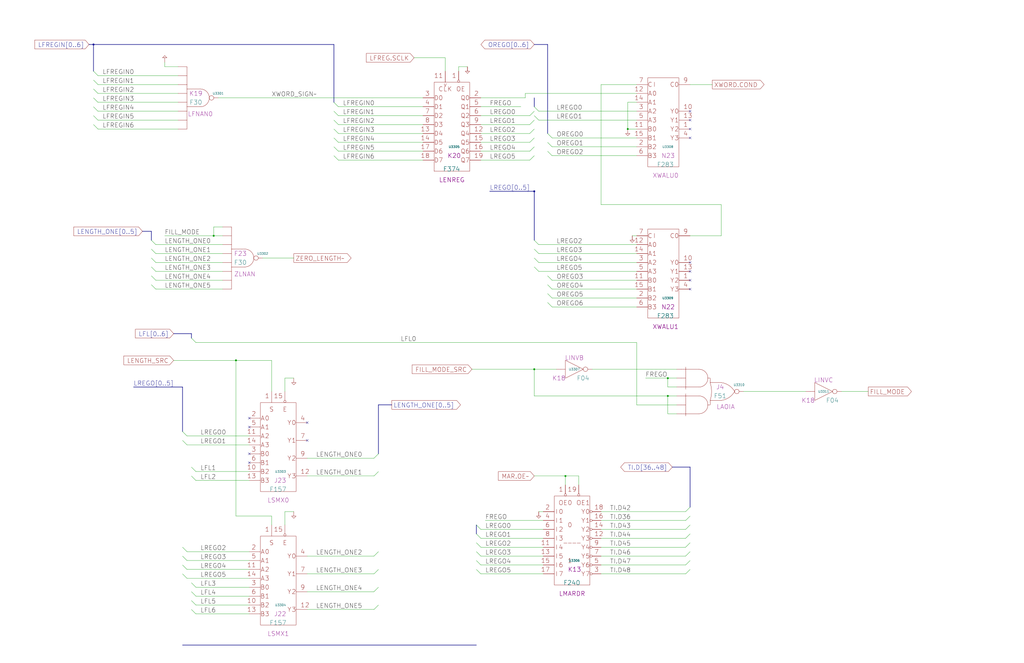
<source format=kicad_sch>
(kicad_sch (version 20210621) (generator eeschema)
  (paper "User" 584.2 378.46)
  (title_block (title "FIU FIELD PARAMETERS") (date "20-MAR-90") (rev "1.0") (comment 1 "FIU") (comment 2 "232-003065") (comment 3 "S400") (comment 4 "RELEASED"))
  (lib_symbols
    (symbol "r1000:F04" (pin_numbers hide) (pin_names hide)
      (property "Reference" "U" (at 0 0 0))
      (property "Value" "F04" (at 1.27 -5.08 0))
      (property "Location" "___" (at -12.7 -5.08 0))
      (property "Name" "______" (at 0 5.08 0))
      (symbol "F04_0_1"
        (polyline (pts (xy -7.62 0) (xy -5.08 0)) (stroke (width 0.1524)))
        (polyline (pts (xy -5.08 5.08) (xy -5.08 -5.08)) (stroke (width 0.1524)))
        (polyline (pts (xy 5.08 0) (xy -5.08 -5.08)) (stroke (width 0.1524)))
        (polyline (pts (xy 5.08 0) (xy -5.08 5.08)) (stroke (width 0.1524)))
        (circle (center 6.35 0) (radius 1.27) (stroke (width 0.1524)) (stroke (width 0.1524)))
      )
      (symbol "F04_1_1"
        (pin input line (at -10.16 0 0) (length 2.54) (name "D") (number "1"))
        (pin output line (at 10.16 0 180) (length 2.54) (name "Q") (number "2"))
      )
    )
    (symbol "r1000:F157" (pin_numbers hide) (pin_names (offset 1.016) hide)
      (property "Reference" "U" (at 2.54 5.08 0))
      (property "Value" "F157" (at -3.81 -5.08 0))
      (property "Location" "___" (at -1.27 0 0))
      (property "Name" "______" (at 1.27 -12.7 0))
      (symbol "F157_1_1"
        (rectangle (start -8.89 44.45) (end 11.43 -6.35))
        (circle (center 5.08 45.085) (radius 0.635))
        (text "0" (at -12.7 7.62 0) (effects (font (size 2.54 2.54))))
        (text "0" (at -5.08 15.24 0) (effects (font (size 2.54 2.54))))
        (text "0" (at -5.08 35.56 0) (effects (font (size 2.54 2.54))))
        (text "0" (at 10.16 33.02 0) (effects (font (size 2.54 2.54))))
        (text "1" (at -15.24 2.54 0) (effects (font (size 2.54 2.54))))
        (text "1" (at -15.24 7.62 0) (effects (font (size 2.54 2.54))))
        (text "1" (at -15.24 22.86 0) (effects (font (size 2.54 2.54))))
        (text "1" (at -15.24 27.94 0) (effects (font (size 2.54 2.54))))
        (text "1" (at -12.7 27.94 0) (effects (font (size 2.54 2.54))))
        (text "1" (at -5.08 10.16 0) (effects (font (size 2.54 2.54))))
        (text "1" (at -5.08 30.48 0) (effects (font (size 2.54 2.54))))
        (text "1" (at -5.08 48.26 0) (effects (font (size 2.54 2.54))))
        (text "1" (at 0 48.26 0) (effects (font (size 2.54 2.54))))
        (text "1" (at 10.16 22.86 0) (effects (font (size 2.54 2.54))))
        (text "1" (at 15.24 5.08 0) (effects (font (size 2.54 2.54))))
        (text "2" (at -12.7 38.1 0) (effects (font (size 2.54 2.54))))
        (text "2" (at -5.08 5.08 0) (effects (font (size 2.54 2.54))))
        (text "2" (at -5.08 25.4 0) (effects (font (size 2.54 2.54))))
        (text "2" (at 10.16 12.7 0) (effects (font (size 2.54 2.54))))
        (text "2" (at 17.78 5.08 0) (effects (font (size 2.54 2.54))))
        (text "3" (at -12.7 2.54 0) (effects (font (size 2.54 2.54))))
        (text "3" (at -12.7 17.78 0) (effects (font (size 2.54 2.54))))
        (text "3" (at -5.08 0 0) (effects (font (size 2.54 2.54))))
        (text "3" (at -5.08 20.32 0) (effects (font (size 2.54 2.54))))
        (text "3" (at 10.16 2.54 0) (effects (font (size 2.54 2.54))))
        (text "4" (at -12.7 22.86 0) (effects (font (size 2.54 2.54))))
        (text "4" (at 15.24 35.56 0) (effects (font (size 2.54 2.54))))
        (text "5" (at -12.7 33.02 0) (effects (font (size 2.54 2.54))))
        (text "5" (at 2.54 48.26 0) (effects (font (size 2.54 2.54))))
        (text "6" (at -12.7 12.7 0) (effects (font (size 2.54 2.54))))
        (text "7" (at 15.24 25.4 0) (effects (font (size 2.54 2.54))))
        (text "9" (at 15.24 15.24 0) (effects (font (size 2.54 2.54))))
        (text "A" (at -7.62 20.32 0) (effects (font (size 2.54 2.54))))
        (text "A" (at -7.62 25.4 0) (effects (font (size 2.54 2.54))))
        (text "A" (at -7.62 30.48 0) (effects (font (size 2.54 2.54))))
        (text "A" (at -7.62 35.56 0) (effects (font (size 2.54 2.54))))
        (text "B" (at -7.62 0 0) (effects (font (size 2.54 2.54))))
        (text "B" (at -7.62 5.08 0) (effects (font (size 2.54 2.54))))
        (text "B" (at -7.62 10.16 0) (effects (font (size 2.54 2.54))))
        (text "B" (at -7.62 15.24 0) (effects (font (size 2.54 2.54))))
        (text "E" (at 5.08 40.64 0) (effects (font (size 2.54 2.54))))
        (text "S" (at -2.54 40.64 0) (effects (font (size 2.54 2.54))))
        (text "Y" (at 7.62 2.54 0) (effects (font (size 2.54 2.54))))
        (text "Y" (at 7.62 12.7 0) (effects (font (size 2.54 2.54))))
        (text "Y" (at 7.62 22.86 0) (effects (font (size 2.54 2.54))))
        (text "Y" (at 7.62 33.02 0) (effects (font (size 2.54 2.54))))
        (pin input line (at -2.54 50.8 270) (length 6.35) (name "S") (number "1"))
        (pin input line (at -15.24 5.08 0) (length 6.35) (name "B2") (number "10"))
        (pin input line (at -15.24 25.4 0) (length 6.35) (name "A2") (number "11"))
        (pin output line (at 17.78 2.54 180) (length 6.35) (name "Y3") (number "12"))
        (pin input line (at -15.24 0 0) (length 6.35) (name "B3") (number "13"))
        (pin input line (at -15.24 20.32 0) (length 6.35) (name "A3") (number "14"))
        (pin input line (at 5.08 50.8 270) (length 5.08) (name "E_") (number "15"))
        (pin input line (at -15.24 35.56 0) (length 6.35) (name "A0") (number "2"))
        (pin input line (at -15.24 15.24 0) (length 6.35) (name "B0") (number "3"))
        (pin output line (at 17.78 33.02 180) (length 6.35) (name "Y0") (number "4"))
        (pin input line (at -15.24 30.48 0) (length 6.35) (name "A1") (number "5"))
        (pin input line (at -15.24 10.16 0) (length 6.35) (name "B1") (number "6"))
        (pin output line (at 17.78 22.86 180) (length 6.35) (name "Y1") (number "7"))
        (pin output line (at 17.78 12.7 180) (length 6.35) (name "Y2") (number "9"))
      )
    )
    (symbol "r1000:F240" (pin_numbers hide) (pin_names (offset 1.016) hide)
      (property "Reference" "U" (at 2.54 5.08 0))
      (property "Value" "F240" (at -3.81 -7.62 0))
      (property "Location" "___" (at -1.27 0 0))
      (property "Name" "______" (at 1.27 -15.24 0))
      (symbol "F240_1_1"
        (rectangle (start -8.89 41.91) (end 11.43 -8.89))
        (circle (center -2.54 42.545) (radius 0.635))
        (circle (center 5.08 42.545) (radius 0.635))
        (circle (center 12.065 -2.54) (radius 0.635))
        (circle (center 12.065 2.54) (radius 0.635))
        (circle (center 12.065 7.62) (radius 0.635))
        (circle (center 12.065 12.7) (radius 0.635))
        (circle (center 12.065 17.78) (radius 0.635))
        (circle (center 12.065 22.86) (radius 0.635))
        (circle (center 12.065 27.94) (radius 0.635))
        (circle (center 12.065 33.02) (radius 0.635))
        (text "-" (at -2.54 15.24 0) (effects (font (size 2.54 2.54))))
        (text "-" (at 0 15.24 0) (effects (font (size 2.54 2.54))))
        (text "-" (at 2.54 15.24 0) (effects (font (size 2.54 2.54))))
        (text "-" (at 5.08 15.24 0) (effects (font (size 2.54 2.54))))
        (text "0" (at -5.08 33.02 0) (effects (font (size 2.54 2.54))))
        (text "0" (at 0 25.4 0) (effects (font (size 2.54 2.54))))
        (text "0" (at 0 38.1 0) (effects (font (size 2.54 2.54))))
        (text "0" (at 10.16 33.02 0) (effects (font (size 2.54 2.54))))
        (text "1" (at -15.24 0 0) (effects (font (size 2.54 2.54))))
        (text "1" (at -15.24 5.08 0) (effects (font (size 2.54 2.54))))
        (text "1" (at -15.24 10.16 0) (effects (font (size 2.54 2.54))))
        (text "1" (at -15.24 15.24 0) (effects (font (size 2.54 2.54))))
        (text "1" (at -12.7 15.24 0) (effects (font (size 2.54 2.54))))
        (text "1" (at -5.08 27.94 0) (effects (font (size 2.54 2.54))))
        (text "1" (at -5.08 45.72 0) (effects (font (size 2.54 2.54))))
        (text "1" (at 0 5.08 0) (effects (font (size 2.54 2.54))))
        (text "1" (at 0 45.72 0) (effects (font (size 2.54 2.54))))
        (text "1" (at 10.16 27.94 0) (effects (font (size 2.54 2.54))))
        (text "1" (at 10.16 38.1 0) (effects (font (size 2.54 2.54))))
        (text "1" (at 15.24 20.32 0) (effects (font (size 2.54 2.54))))
        (text "1" (at 15.24 25.4 0) (effects (font (size 2.54 2.54))))
        (text "1" (at 15.24 30.48 0) (effects (font (size 2.54 2.54))))
        (text "1" (at 15.24 35.56 0) (effects (font (size 2.54 2.54))))
        (text "2" (at -12.7 35.56 0) (effects (font (size 2.54 2.54))))
        (text "2" (at -5.08 22.86 0) (effects (font (size 2.54 2.54))))
        (text "2" (at 10.16 22.86 0) (effects (font (size 2.54 2.54))))
        (text "2" (at 17.78 20.32 0) (effects (font (size 2.54 2.54))))
        (text "3" (at -12.7 10.16 0) (effects (font (size 2.54 2.54))))
        (text "3" (at -5.08 17.78 0) (effects (font (size 2.54 2.54))))
        (text "3" (at 10.16 17.78 0) (effects (font (size 2.54 2.54))))
        (text "3" (at 15.24 0 0) (effects (font (size 2.54 2.54))))
        (text "4" (at -12.7 30.48 0) (effects (font (size 2.54 2.54))))
        (text "4" (at -5.08 12.7 0) (effects (font (size 2.54 2.54))))
        (text "4" (at 10.16 12.7 0) (effects (font (size 2.54 2.54))))
        (text "4" (at 17.78 25.4 0) (effects (font (size 2.54 2.54))))
        (text "5" (at -12.7 5.08 0) (effects (font (size 2.54 2.54))))
        (text "5" (at -5.08 7.62 0) (effects (font (size 2.54 2.54))))
        (text "5" (at 10.16 7.62 0) (effects (font (size 2.54 2.54))))
        (text "5" (at 15.24 5.08 0) (effects (font (size 2.54 2.54))))
        (text "6" (at -12.7 25.4 0) (effects (font (size 2.54 2.54))))
        (text "6" (at -5.08 2.54 0) (effects (font (size 2.54 2.54))))
        (text "6" (at 10.16 2.54 0) (effects (font (size 2.54 2.54))))
        (text "6" (at 17.78 30.48 0) (effects (font (size 2.54 2.54))))
        (text "7" (at -12.7 0 0) (effects (font (size 2.54 2.54))))
        (text "7" (at -5.08 -2.54 0) (effects (font (size 2.54 2.54))))
        (text "7" (at 10.16 -2.54 0) (effects (font (size 2.54 2.54))))
        (text "7" (at 15.24 10.16 0) (effects (font (size 2.54 2.54))))
        (text "8" (at -12.7 20.32 0) (effects (font (size 2.54 2.54))))
        (text "8" (at 17.78 35.56 0) (effects (font (size 2.54 2.54))))
        (text "9" (at 2.54 45.72 0) (effects (font (size 2.54 2.54))))
        (text "9" (at 15.24 15.24 0) (effects (font (size 2.54 2.54))))
        (text "E" (at -2.54 38.1 0) (effects (font (size 2.54 2.54))))
        (text "E" (at 7.62 38.1 0) (effects (font (size 2.54 2.54))))
        (text "I" (at -7.62 -2.54 0) (effects (font (size 2.54 2.54))))
        (text "I" (at -7.62 2.54 0) (effects (font (size 2.54 2.54))))
        (text "I" (at -7.62 7.62 0) (effects (font (size 2.54 2.54))))
        (text "I" (at -7.62 12.7 0) (effects (font (size 2.54 2.54))))
        (text "I" (at -7.62 17.78 0) (effects (font (size 2.54 2.54))))
        (text "I" (at -7.62 22.86 0) (effects (font (size 2.54 2.54))))
        (text "I" (at -7.62 27.94 0) (effects (font (size 2.54 2.54))))
        (text "I" (at -7.62 33.02 0) (effects (font (size 2.54 2.54))))
        (text "O" (at -5.08 38.1 0) (effects (font (size 2.54 2.54))))
        (text "O" (at 5.08 38.1 0) (effects (font (size 2.54 2.54))))
        (text "Y" (at 7.62 -2.54 0) (effects (font (size 2.54 2.54))))
        (text "Y" (at 7.62 2.54 0) (effects (font (size 2.54 2.54))))
        (text "Y" (at 7.62 7.62 0) (effects (font (size 2.54 2.54))))
        (text "Y" (at 7.62 12.7 0) (effects (font (size 2.54 2.54))))
        (text "Y" (at 7.62 17.78 0) (effects (font (size 2.54 2.54))))
        (text "Y" (at 7.62 22.86 0) (effects (font (size 2.54 2.54))))
        (text "Y" (at 7.62 27.94 0) (effects (font (size 2.54 2.54))))
        (text "Y" (at 7.62 33.02 0) (effects (font (size 2.54 2.54))))
        (pin input line (at -2.54 48.26 270) (length 5.08) (name "OE0_") (number "1"))
        (pin input line (at -15.24 12.7 0) (length 6.35) (name "I4") (number "11"))
        (pin tri_state line (at 17.78 17.78 180) (length 5.08) (name "Y3_") (number "12"))
        (pin input line (at -15.24 7.62 0) (length 6.35) (name "I5") (number "13"))
        (pin tri_state line (at 17.78 22.86 180) (length 5.08) (name "Y2_") (number "14"))
        (pin input line (at -15.24 2.54 0) (length 6.35) (name "I6") (number "15"))
        (pin tri_state line (at 17.78 27.94 180) (length 5.08) (name "Y1_") (number "16"))
        (pin input line (at -15.24 -2.54 0) (length 6.35) (name "I7") (number "17"))
        (pin tri_state line (at 17.78 33.02 180) (length 5.08) (name "Y0_") (number "18"))
        (pin input line (at 5.08 48.26 270) (length 5.08) (name "OE1_") (number "19"))
        (pin input line (at -15.24 33.02 0) (length 6.35) (name "I0") (number "2"))
        (pin tri_state line (at 17.78 -2.54 180) (length 5.08) (name "Y7_") (number "3"))
        (pin input line (at -15.24 27.94 0) (length 6.35) (name "I1") (number "4"))
        (pin tri_state line (at 17.78 2.54 180) (length 5.08) (name "Y6_") (number "5"))
        (pin input line (at -15.24 22.86 0) (length 6.35) (name "I2") (number "6"))
        (pin tri_state line (at 17.78 7.62 180) (length 5.08) (name "Y5_") (number "7"))
        (pin input line (at -15.24 17.78 0) (length 6.35) (name "I3") (number "8"))
        (pin tri_state line (at 17.78 12.7 180) (length 5.08) (name "Y4_") (number "9"))
      )
    )
    (symbol "r1000:F283" (pin_numbers hide) (pin_names (offset 1.016) hide)
      (property "Reference" "U" (at 2.54 5.08 0))
      (property "Value" "F283" (at -3.81 -5.08 0))
      (property "Location" "___" (at -1.27 0 0))
      (property "Name" "______" (at 1.27 -12.7 0))
      (symbol "F283_1_1"
        (rectangle (start -8.89 44.45) (end 8.89 -6.35))
        (text "0" (at -5.08 15.24 0) (effects (font (size 2.54 2.54))))
        (text "0" (at -5.08 35.56 0) (effects (font (size 2.54 2.54))))
        (text "0" (at 7.62 25.4 0) (effects (font (size 2.54 2.54))))
        (text "0" (at 7.62 40.64 0) (effects (font (size 2.54 2.54))))
        (text "0" (at 15.24 27.94 0) (effects (font (size 2.54 2.54))))
        (text "1" (at -15.24 12.7 0) (effects (font (size 2.54 2.54))))
        (text "1" (at -15.24 17.78 0) (effects (font (size 2.54 2.54))))
        (text "1" (at -15.24 33.02 0) (effects (font (size 2.54 2.54))))
        (text "1" (at -15.24 38.1 0) (effects (font (size 2.54 2.54))))
        (text "1" (at -12.7 17.78 0) (effects (font (size 2.54 2.54))))
        (text "1" (at -5.08 10.16 0) (effects (font (size 2.54 2.54))))
        (text "1" (at -5.08 30.48 0) (effects (font (size 2.54 2.54))))
        (text "1" (at 7.62 20.32 0) (effects (font (size 2.54 2.54))))
        (text "1" (at 12.7 17.78 0) (effects (font (size 2.54 2.54))))
        (text "1" (at 12.7 22.86 0) (effects (font (size 2.54 2.54))))
        (text "1" (at 12.7 27.94 0) (effects (font (size 2.54 2.54))))
        (text "2" (at -12.7 7.62 0) (effects (font (size 2.54 2.54))))
        (text "2" (at -12.7 38.1 0) (effects (font (size 2.54 2.54))))
        (text "2" (at -5.08 5.08 0) (effects (font (size 2.54 2.54))))
        (text "2" (at -5.08 25.4 0) (effects (font (size 2.54 2.54))))
        (text "2" (at 7.62 15.24 0) (effects (font (size 2.54 2.54))))
        (text "3" (at -12.7 27.94 0) (effects (font (size 2.54 2.54))))
        (text "3" (at -5.08 0 0) (effects (font (size 2.54 2.54))))
        (text "3" (at -5.08 20.32 0) (effects (font (size 2.54 2.54))))
        (text "3" (at 7.62 10.16 0) (effects (font (size 2.54 2.54))))
        (text "3" (at 15.24 22.86 0) (effects (font (size 2.54 2.54))))
        (text "4" (at -12.7 33.02 0) (effects (font (size 2.54 2.54))))
        (text "4" (at 12.7 12.7 0) (effects (font (size 2.54 2.54))))
        (text "5" (at -12.7 12.7 0) (effects (font (size 2.54 2.54))))
        (text "5" (at -12.7 22.86 0) (effects (font (size 2.54 2.54))))
        (text "6" (at -12.7 2.54 0) (effects (font (size 2.54 2.54))))
        (text "7" (at -12.7 43.18 0) (effects (font (size 2.54 2.54))))
        (text "9" (at 12.7 43.18 0) (effects (font (size 2.54 2.54))))
        (text "A" (at -7.62 20.32 0) (effects (font (size 2.54 2.54))))
        (text "A" (at -7.62 25.4 0) (effects (font (size 2.54 2.54))))
        (text "A" (at -7.62 30.48 0) (effects (font (size 2.54 2.54))))
        (text "A" (at -7.62 35.56 0) (effects (font (size 2.54 2.54))))
        (text "B" (at -7.62 0 0) (effects (font (size 2.54 2.54))))
        (text "B" (at -7.62 5.08 0) (effects (font (size 2.54 2.54))))
        (text "B" (at -7.62 10.16 0) (effects (font (size 2.54 2.54))))
        (text "B" (at -7.62 15.24 0) (effects (font (size 2.54 2.54))))
        (text "C" (at -7.62 40.64 0) (effects (font (size 2.54 2.54))))
        (text "C" (at 5.08 40.64 0) (effects (font (size 2.54 2.54))))
        (text "I" (at -5.08 40.64 0) (effects (font (size 2.54 2.54))))
        (text "Y" (at 5.08 10.16 0) (effects (font (size 2.54 2.54))))
        (text "Y" (at 5.08 15.24 0) (effects (font (size 2.54 2.54))))
        (text "Y" (at 5.08 20.32 0) (effects (font (size 2.54 2.54))))
        (text "Y" (at 5.08 25.4 0) (effects (font (size 2.54 2.54))))
        (pin output line (at 15.24 15.24 180) (length 6.35) (name "Y2") (number "1"))
        (pin output line (at 15.24 25.4 180) (length 6.35) (name "Y0") (number "10"))
        (pin input line (at -15.24 15.24 0) (length 6.35) (name "B0") (number "11"))
        (pin input line (at -15.24 35.56 0) (length 6.35) (name "A0") (number "12"))
        (pin output line (at 15.24 20.32 180) (length 6.35) (name "Y1") (number "13"))
        (pin input line (at -15.24 30.48 0) (length 6.35) (name "A1") (number "14"))
        (pin input line (at -15.24 10.16 0) (length 6.35) (name "B1") (number "15"))
        (pin input line (at -15.24 5.08 0) (length 6.35) (name "B2") (number "2"))
        (pin input line (at -15.24 25.4 0) (length 6.35) (name "A2") (number "3"))
        (pin output line (at 15.24 10.16 180) (length 6.35) (name "Y3") (number "4"))
        (pin input line (at -15.24 20.32 0) (length 6.35) (name "A3") (number "5"))
        (pin input line (at -15.24 0 0) (length 6.35) (name "B3") (number "6"))
        (pin input line (at -15.24 40.64 0) (length 6.35) (name "CI") (number "7"))
        (pin output line (at 15.24 40.64 180) (length 6.35) (name "C0") (number "9"))
      )
    )
    (symbol "r1000:F30" (pin_numbers hide) (pin_names hide)
      (property "Reference" "U" (at 15.24 2.54 0))
      (property "Value" "F30" (at 2.54 -2.54 0))
      (property "Location" "___" (at 2.54 2.54 0))
      (property "Name" "______" (at 5.08 -10.62 0))
      (symbol "F30_0_0"
        (polyline (pts (xy -2.54 -5.08) (xy 5.08 -5.08)) (stroke (width 0.1524)))
        (polyline (pts (xy -2.54 5.08) (xy 5.08 5.08)) (stroke (width 0.1524)))
        (arc (start 5.08 -5.08) (mid 8.6721 -3.5921) (end 10.16 0) (stroke (width 0.1524)))
        (arc (start 10.16 0) (mid 8.6721 3.5921) (end 5.08 5.08) (stroke (width 0.1524)))
        (circle (center 11.43 0) (radius 1.27) (stroke (width 0.1524)) (stroke (width 0.1524)))
      )
      (symbol "F30_0_1"
        (polyline (pts (xy -2.54 -7.62) (xy -2.54 -17.78)) (stroke (width 0.1524)))
        (polyline (pts (xy -2.54 -5.08) (xy -2.54 -7.62)) (stroke (width 0.1524)))
        (polyline (pts (xy -2.54 5.08) (xy -2.54 -5.08)) (stroke (width 0.1524)))
        (polyline (pts (xy -2.54 7.62) (xy -2.54 5.08)) (stroke (width 0.1524)))
        (polyline (pts (xy -2.54 17.145) (xy -2.54 7.62)) (stroke (width 0.1524)))
        (polyline (pts (xy -2.54 17.78) (xy -2.54 17.145)) (stroke (width 0.1524)))
      )
      (symbol "F30_1_1"
        (pin input line (at -7.62 7.62 0) (length 5.08) (name "D0") (number "1"))
        (pin input line (at -7.62 17.78 0) (length 5.08) (name "D1") (number "11"))
        (pin input line (at -7.62 12.7 0) (length 5.08) (name "D2") (number "12"))
        (pin input line (at -7.62 2.54 0) (length 5.08) (name "D3") (number "2"))
        (pin input line (at -7.62 -2.54 0) (length 5.08) (name "D4") (number "3"))
        (pin input line (at -7.62 -7.62 0) (length 5.08) (name "D5") (number "4"))
        (pin input line (at -7.62 -12.7 0) (length 5.08) (name "D6") (number "5"))
        (pin input line (at -7.62 -17.78 0) (length 5.08) (name "D7") (number "6"))
        (pin output line (at 15.24 0 180) (length 2.54) (name "Q") (number "8"))
      )
    )
    (symbol "r1000:F374" (pin_numbers hide) (pin_names (offset 1.016) hide)
      (property "Reference" "U" (at 2.54 5.08 0))
      (property "Value" "F374" (at -3.81 -7.62 0))
      (property "Location" "___" (at -1.27 0 0))
      (property "Name" "______" (at 1.27 -15.24 0))
      (symbol "F374_1_1"
        (rectangle (start -8.89 41.91) (end 11.43 -8.89))
        (circle (center 5.08 42.545) (radius 0.635))
        (text "0" (at -5.08 33.02 0) (effects (font (size 2.54 2.54))))
        (text "0" (at 10.16 33.02 0) (effects (font (size 2.54 2.54))))
        (text "1" (at -15.24 0 0) (effects (font (size 2.54 2.54))))
        (text "1" (at -15.24 5.08 0) (effects (font (size 2.54 2.54))))
        (text "1" (at -15.24 10.16 0) (effects (font (size 2.54 2.54))))
        (text "1" (at -15.24 15.24 0) (effects (font (size 2.54 2.54))))
        (text "1" (at -7.62 45.72 0) (effects (font (size 2.54 2.54))))
        (text "1" (at -5.08 27.94 0) (effects (font (size 2.54 2.54))))
        (text "1" (at -5.08 45.72 0) (effects (font (size 2.54 2.54))))
        (text "1" (at 2.54 45.72 0) (effects (font (size 2.54 2.54))))
        (text "1" (at 10.16 27.94 0) (effects (font (size 2.54 2.54))))
        (text "1" (at 15.24 0 0) (effects (font (size 2.54 2.54))))
        (text "1" (at 15.24 5.08 0) (effects (font (size 2.54 2.54))))
        (text "1" (at 15.24 10.16 0) (effects (font (size 2.54 2.54))))
        (text "1" (at 15.24 15.24 0) (effects (font (size 2.54 2.54))))
        (text "2" (at -5.08 22.86 0) (effects (font (size 2.54 2.54))))
        (text "2" (at 10.16 22.86 0) (effects (font (size 2.54 2.54))))
        (text "2" (at 15.24 35.56 0) (effects (font (size 2.54 2.54))))
        (text "2" (at 17.78 15.24 0) (effects (font (size 2.54 2.54))))
        (text "3" (at -12.7 15.24 0) (effects (font (size 2.54 2.54))))
        (text "3" (at -12.7 35.56 0) (effects (font (size 2.54 2.54))))
        (text "3" (at -5.08 17.78 0) (effects (font (size 2.54 2.54))))
        (text "3" (at 10.16 17.78 0) (effects (font (size 2.54 2.54))))
        (text "4" (at -12.7 10.16 0) (effects (font (size 2.54 2.54))))
        (text "4" (at -12.7 30.48 0) (effects (font (size 2.54 2.54))))
        (text "4" (at -5.08 12.7 0) (effects (font (size 2.54 2.54))))
        (text "4" (at 10.16 12.7 0) (effects (font (size 2.54 2.54))))
        (text "5" (at -5.08 7.62 0) (effects (font (size 2.54 2.54))))
        (text "5" (at 10.16 7.62 0) (effects (font (size 2.54 2.54))))
        (text "5" (at 15.24 30.48 0) (effects (font (size 2.54 2.54))))
        (text "5" (at 17.78 10.16 0) (effects (font (size 2.54 2.54))))
        (text "6" (at -5.08 2.54 0) (effects (font (size 2.54 2.54))))
        (text "6" (at 10.16 2.54 0) (effects (font (size 2.54 2.54))))
        (text "6" (at 15.24 25.4 0) (effects (font (size 2.54 2.54))))
        (text "6" (at 17.78 5.08 0) (effects (font (size 2.54 2.54))))
        (text "7" (at -12.7 5.08 0) (effects (font (size 2.54 2.54))))
        (text "7" (at -12.7 25.4 0) (effects (font (size 2.54 2.54))))
        (text "7" (at -5.08 -2.54 0) (effects (font (size 2.54 2.54))))
        (text "7" (at 10.16 -2.54 0) (effects (font (size 2.54 2.54))))
        (text "8" (at -12.7 0 0) (effects (font (size 2.54 2.54))))
        (text "8" (at -12.7 20.32 0) (effects (font (size 2.54 2.54))))
        (text "9" (at 15.24 20.32 0) (effects (font (size 2.54 2.54))))
        (text "9" (at 17.78 0 0) (effects (font (size 2.54 2.54))))
        (text "C" (at -5.08 38.1 0) (effects (font (size 2.54 2.54))))
        (text "D" (at -7.62 -2.54 0) (effects (font (size 2.54 2.54))))
        (text "D" (at -7.62 2.54 0) (effects (font (size 2.54 2.54))))
        (text "D" (at -7.62 7.62 0) (effects (font (size 2.54 2.54))))
        (text "D" (at -7.62 12.7 0) (effects (font (size 2.54 2.54))))
        (text "D" (at -7.62 17.78 0) (effects (font (size 2.54 2.54))))
        (text "D" (at -7.62 22.86 0) (effects (font (size 2.54 2.54))))
        (text "D" (at -7.62 27.94 0) (effects (font (size 2.54 2.54))))
        (text "D" (at -7.62 33.02 0) (effects (font (size 2.54 2.54))))
        (text "E" (at 7.62 38.1 0) (effects (font (size 2.54 2.54))))
        (text "K" (at 0 38.1 0) (effects (font (size 2.54 2.54))))
        (text "L" (at -2.54 38.1 0) (effects (font (size 2.54 2.54))))
        (text "O" (at 5.08 38.1 0) (effects (font (size 2.54 2.54))))
        (text "Q" (at 7.62 -2.54 0) (effects (font (size 2.54 2.54))))
        (text "Q" (at 7.62 2.54 0) (effects (font (size 2.54 2.54))))
        (text "Q" (at 7.62 7.62 0) (effects (font (size 2.54 2.54))))
        (text "Q" (at 7.62 12.7 0) (effects (font (size 2.54 2.54))))
        (text "Q" (at 7.62 17.78 0) (effects (font (size 2.54 2.54))))
        (text "Q" (at 7.62 22.86 0) (effects (font (size 2.54 2.54))))
        (text "Q" (at 7.62 27.94 0) (effects (font (size 2.54 2.54))))
        (text "Q" (at 7.62 33.02 0) (effects (font (size 2.54 2.54))))
        (text "v" (at -2.54 40.64 0) (effects (font (size 2.54 2.54))))
        (pin input line (at 5.08 48.26 270) (length 5.08) (name "OE_") (number "1"))
        (pin input line (at -2.54 48.26 270) (length 6.35) (name "CLK") (number "11"))
        (pin tri_state line (at 17.78 12.7 180) (length 6.35) (name "Q4") (number "12"))
        (pin input line (at -15.24 12.7 0) (length 6.35) (name "D4") (number "13"))
        (pin input line (at -15.24 7.62 0) (length 6.35) (name "D5") (number "14"))
        (pin tri_state line (at 17.78 7.62 180) (length 6.35) (name "Q5") (number "15"))
        (pin tri_state line (at 17.78 2.54 180) (length 6.35) (name "Q6") (number "16"))
        (pin input line (at -15.24 2.54 0) (length 6.35) (name "D6") (number "17"))
        (pin input line (at -15.24 -2.54 0) (length 6.35) (name "D7") (number "18"))
        (pin tri_state line (at 17.78 -2.54 180) (length 6.35) (name "Q7") (number "19"))
        (pin tri_state line (at 17.78 33.02 180) (length 6.35) (name "Q0") (number "2"))
        (pin input line (at -15.24 33.02 0) (length 6.35) (name "D0") (number "3"))
        (pin input line (at -15.24 27.94 0) (length 6.35) (name "D1") (number "4"))
        (pin tri_state line (at 17.78 27.94 180) (length 6.35) (name "Q1") (number "5"))
        (pin tri_state line (at 17.78 22.86 180) (length 6.35) (name "Q2") (number "6"))
        (pin input line (at -15.24 22.86 0) (length 6.35) (name "D2") (number "7"))
        (pin input line (at -15.24 17.78 0) (length 6.35) (name "D3") (number "8"))
        (pin tri_state line (at 17.78 17.78 180) (length 6.35) (name "Q3") (number "9"))
      )
    )
    (symbol "r1000:F51" (pin_numbers hide) (pin_names hide)
      (property "Reference" "U" (at 12.7 1.27 0))
      (property "Value" "F51" (at 1.905 -5.08 0))
      (property "Location" "___" (at 1.905 0 0))
      (property "Name" "______" (at 5.08 -12.7 0))
      (symbol "F51_0_0"
        (arc (start -10.16 -15.24) (mid -6.5679 -13.7521) (end -5.08 -10.16) (stroke (width 0.1524)))
        (arc (start -10.16 0) (mid -6.5679 1.4879) (end -5.08 5.08) (stroke (width 0.1524)))
        (arc (start -5.08 -10.16) (mid -6.5679 -6.5679) (end -10.16 -5.08) (stroke (width 0.1524)))
        (arc (start -5.08 5.08) (mid -6.5679 8.6721) (end -10.16 10.16) (stroke (width 0.1524)))
        (arc (start -3.8173 -7.62) (mid -2.9926 -2.54) (end -3.8173 2.54) (stroke (width 0.1524)))
        (polyline (pts (xy -20.32 -15.24) (xy -17.78 -15.24)) (stroke (width 0.1524)))
        (polyline (pts (xy -20.32 -10.16) (xy -17.78 -10.16)) (stroke (width 0.1524)))
        (polyline (pts (xy -20.32 -5.08) (xy -17.78 -5.08)) (stroke (width 0.1524)))
        (polyline (pts (xy -20.32 0) (xy -17.78 0)) (stroke (width 0.1524)))
        (polyline (pts (xy -20.32 5.08) (xy -17.78 5.08)) (stroke (width 0.1524)))
        (polyline (pts (xy -20.32 10.16) (xy -17.78 10.16)) (stroke (width 0.1524)))
        (polyline (pts (xy -17.78 -3.81) (xy -17.78 -16.51)) (stroke (width 0.1524)))
        (polyline (pts (xy -17.78 11.43) (xy -17.78 -1.27)) (stroke (width 0.1524)))
        (polyline (pts (xy -10.16 -15.24) (xy -17.78 -15.24)) (stroke (width 0.1524)))
        (polyline (pts (xy -10.16 -5.08) (xy -17.78 -5.08)) (stroke (width 0.1524)))
        (polyline (pts (xy -10.16 0) (xy -17.78 0)) (stroke (width 0.1524)))
        (polyline (pts (xy -10.16 10.16) (xy -17.78 10.16)) (stroke (width 0.1524)))
        (polyline (pts (xy -3.81 -7.62) (xy 2.54 -7.62)) (stroke (width 0.1524)))
        (polyline (pts (xy -3.81 2.54) (xy 2.54 2.54)) (stroke (width 0.1524)))
        (polyline (pts (xy -5.08 -10.16) (xy -3.81 -10.16) (xy -3.81 -7.62)) (stroke (width 0.1524)))
        (polyline (pts (xy -5.08 5.08) (xy -3.81 5.08) (xy -3.81 2.54)) (stroke (width 0.1524)))
        (arc (start 2.54 -7.62) (mid 6.9504 -5.9805) (end 10.16 -2.54) (stroke (width 0.1524)))
        (arc (start 10.16 -2.54) (mid 6.9516 0.9024) (end 2.54 2.54) (stroke (width 0.1524)))
        (circle (center 11.43 -2.54) (radius 1.27) (stroke (width 0.1524)) (stroke (width 0.1524)))
      )
      (symbol "F51_1_1"
        (pin input line (at -22.86 10.16 0) (length 2.54) (name "A1") (number "1"))
        (pin input line (at -22.86 5.08 0) (length 2.54) (name "A2") (number "2"))
        (pin input line (at -22.86 0 0) (length 2.54) (name "A3") (number "3"))
        (pin input line (at -22.86 -5.08 0) (length 2.54) (name "B1") (number "4"))
        (pin input line (at -22.86 -10.16 0) (length 2.54) (name "B2") (number "5"))
        (pin input line (at -22.86 -15.24 0) (length 2.54) (name "B3") (number "6"))
        (pin output line (at 15.24 -2.54 180) (length 2.54) (name "Q") (number "7"))
      )
    )
    (symbol "r1000:PD" (power) (pin_numbers hide) (pin_names hide) (in_bom no)
      (symbol "PD_0_1"
        (polyline (pts (xy 0 -2.54) (xy 1.27 -2.54) (xy 0 -3.81) (xy -1.27 -2.54) (xy 0 -2.54)) (stroke (width 0.1524)))
      )
      (symbol "PD_1_1"
        (pin power_in line (at 0 0 270) (length 2.54) (name "PD") (number "1"))
      )
    )
    (symbol "r1000:PU" (power) (pin_numbers hide) (pin_names hide)
      (symbol "PU_0_1"
        (polyline (pts (xy 0 2.54) (xy -1.27 2.54) (xy 0 3.81) (xy 1.27 2.54) (xy 0 2.54)) (stroke (width 0.1524)))
      )
      (symbol "PU_1_1"
        (pin power_in line (at 0 0 90) (length 2.54) (name "PU") (number "1"))
      )
    )
  )
  (junction (at 121.92 134.62))
  (junction (at 134.62 205.74))
  (junction (at 304.8 210.82))
  (junction (at 322.58 271.78))
  (junction (at 358.14 73.66))
  (junction (at 381 215.9))
  (junction (at 381 226.06))
  (junction (at 53.34 25.4))
  (junction (at 304.8 109.22))
  (no_connect (at 142.24 238.76))
  (no_connect (at 142.24 243.84))
  (no_connect (at 142.24 259.08))
  (no_connect (at 142.24 264.16))
  (no_connect (at 175.26 241.3))
  (no_connect (at 175.26 251.46))
  (no_connect (at 393.7 63.5))
  (no_connect (at 393.7 68.58))
  (no_connect (at 393.7 73.66))
  (no_connect (at 393.7 78.74))
  (no_connect (at 393.7 149.86))
  (no_connect (at 393.7 154.94))
  (no_connect (at 393.7 160.02))
  (no_connect (at 393.7 165.1))
  (bus_entry (at 53.34 40.64) (size 2.54 2.54))
  (bus_entry (at 53.34 45.72) (size 2.54 2.54))
  (bus_entry (at 53.34 50.8) (size 2.54 2.54))
  (bus_entry (at 53.34 55.88) (size 2.54 2.54))
  (bus_entry (at 53.34 60.96) (size 2.54 2.54))
  (bus_entry (at 53.34 66.04) (size 2.54 2.54))
  (bus_entry (at 53.34 71.12) (size 2.54 2.54))
  (bus_entry (at 86.36 137.16) (size 2.54 2.54))
  (bus_entry (at 86.36 142.24) (size 2.54 2.54))
  (bus_entry (at 86.36 147.32) (size 2.54 2.54))
  (bus_entry (at 86.36 152.4) (size 2.54 2.54))
  (bus_entry (at 86.36 157.48) (size 2.54 2.54))
  (bus_entry (at 86.36 162.56) (size 2.54 2.54))
  (bus_entry (at 104.14 246.38) (size 2.54 2.54))
  (bus_entry (at 104.14 251.46) (size 2.54 2.54))
  (bus_entry (at 104.14 312.42) (size 2.54 2.54))
  (bus_entry (at 104.14 317.5) (size 2.54 2.54))
  (bus_entry (at 104.14 322.58) (size 2.54 2.54))
  (bus_entry (at 104.14 327.66) (size 2.54 2.54))
  (bus_entry (at 109.22 193.04) (size 2.54 2.54))
  (bus_entry (at 109.22 266.7) (size 2.54 2.54))
  (bus_entry (at 109.22 271.78) (size 2.54 2.54))
  (bus_entry (at 109.22 332.74) (size 2.54 2.54))
  (bus_entry (at 109.22 337.82) (size 2.54 2.54))
  (bus_entry (at 109.22 342.9) (size 2.54 2.54))
  (bus_entry (at 109.22 347.98) (size 2.54 2.54))
  (bus_entry (at 190.5 58.42) (size 2.54 2.54))
  (bus_entry (at 190.5 63.5) (size 2.54 2.54))
  (bus_entry (at 190.5 68.58) (size 2.54 2.54))
  (bus_entry (at 190.5 73.66) (size 2.54 2.54))
  (bus_entry (at 190.5 78.74) (size 2.54 2.54))
  (bus_entry (at 190.5 83.82) (size 2.54 2.54))
  (bus_entry (at 190.5 88.9) (size 2.54 2.54))
  (bus_entry (at 215.9 259.08) (size -2.54 2.54))
  (bus_entry (at 215.9 269.24) (size -2.54 2.54))
  (bus_entry (at 215.9 314.96) (size -2.54 2.54))
  (bus_entry (at 215.9 325.12) (size -2.54 2.54))
  (bus_entry (at 215.9 335.28) (size -2.54 2.54))
  (bus_entry (at 215.9 345.44) (size -2.54 2.54))
  (bus_entry (at 271.78 299.72) (size 2.54 2.54))
  (bus_entry (at 271.78 304.8) (size 2.54 2.54))
  (bus_entry (at 271.78 309.88) (size 2.54 2.54))
  (bus_entry (at 271.78 314.96) (size 2.54 2.54))
  (bus_entry (at 271.78 320.04) (size 2.54 2.54))
  (bus_entry (at 271.78 325.12) (size 2.54 2.54))
  (bus_entry (at 304.8 60.96) (size 2.54 2.54))
  (bus_entry (at 304.8 63.5) (size -2.54 2.54))
  (bus_entry (at 304.8 66.04) (size 2.54 2.54))
  (bus_entry (at 304.8 68.58) (size -2.54 2.54))
  (bus_entry (at 304.8 73.66) (size -2.54 2.54))
  (bus_entry (at 304.8 78.74) (size -2.54 2.54))
  (bus_entry (at 304.8 83.82) (size -2.54 2.54))
  (bus_entry (at 304.8 88.9) (size -2.54 2.54))
  (bus_entry (at 304.8 137.16) (size 2.54 2.54))
  (bus_entry (at 304.8 142.24) (size 2.54 2.54))
  (bus_entry (at 304.8 147.32) (size 2.54 2.54))
  (bus_entry (at 304.8 152.4) (size 2.54 2.54))
  (bus_entry (at 312.42 76.2) (size 2.54 2.54))
  (bus_entry (at 312.42 81.28) (size 2.54 2.54))
  (bus_entry (at 312.42 86.36) (size 2.54 2.54))
  (bus_entry (at 312.42 157.48) (size 2.54 2.54))
  (bus_entry (at 312.42 162.56) (size 2.54 2.54))
  (bus_entry (at 312.42 167.64) (size 2.54 2.54))
  (bus_entry (at 312.42 172.72) (size 2.54 2.54))
  (bus_entry (at 393.7 289.56) (size -2.54 2.54))
  (bus_entry (at 393.7 294.64) (size -2.54 2.54))
  (bus_entry (at 393.7 299.72) (size -2.54 2.54))
  (bus_entry (at 393.7 304.8) (size -2.54 2.54))
  (bus_entry (at 393.7 309.88) (size -2.54 2.54))
  (bus_entry (at 393.7 314.96) (size -2.54 2.54))
  (bus_entry (at 393.7 320.04) (size -2.54 2.54))
  (bus_entry (at 393.7 325.12) (size -2.54 2.54))
  (wire (pts (xy 55.88 43.18) (xy 101.6 43.18)))
  (wire (pts (xy 55.88 48.26) (xy 101.6 48.26)))
  (wire (pts (xy 55.88 53.34) (xy 101.6 53.34)))
  (wire (pts (xy 55.88 58.42) (xy 101.6 58.42)))
  (wire (pts (xy 55.88 63.5) (xy 101.6 63.5)))
  (wire (pts (xy 55.88 68.58) (xy 101.6 68.58)))
  (wire (pts (xy 55.88 73.66) (xy 101.6 73.66)))
  (wire (pts (xy 88.9 139.7) (xy 127 139.7)))
  (wire (pts (xy 88.9 144.78) (xy 127 144.78)))
  (wire (pts (xy 88.9 149.86) (xy 127 149.86)))
  (wire (pts (xy 88.9 154.94) (xy 127 154.94)))
  (wire (pts (xy 88.9 160.02) (xy 127 160.02)))
  (wire (pts (xy 88.9 165.1) (xy 127 165.1)))
  (wire (pts (xy 93.98 38.1) (xy 93.98 35.56)))
  (wire (pts (xy 93.98 134.62) (xy 121.92 134.62)))
  (wire (pts (xy 99.06 205.74) (xy 134.62 205.74)))
  (wire (pts (xy 101.6 38.1) (xy 93.98 38.1)))
  (wire (pts (xy 106.68 248.92) (xy 142.24 248.92)))
  (wire (pts (xy 106.68 254) (xy 142.24 254)))
  (wire (pts (xy 106.68 314.96) (xy 142.24 314.96)))
  (wire (pts (xy 106.68 320.04) (xy 142.24 320.04)))
  (wire (pts (xy 106.68 325.12) (xy 142.24 325.12)))
  (wire (pts (xy 106.68 330.2) (xy 142.24 330.2)))
  (wire (pts (xy 111.76 269.24) (xy 142.24 269.24)))
  (wire (pts (xy 111.76 274.32) (xy 142.24 274.32)))
  (wire (pts (xy 111.76 335.28) (xy 142.24 335.28)))
  (wire (pts (xy 111.76 340.36) (xy 142.24 340.36)))
  (wire (pts (xy 111.76 345.44) (xy 142.24 345.44)))
  (wire (pts (xy 111.76 350.52) (xy 142.24 350.52)))
  (wire (pts (xy 121.92 129.54) (xy 121.92 134.62)))
  (wire (pts (xy 121.92 134.62) (xy 127 134.62)))
  (wire (pts (xy 124.46 55.88) (xy 241.3 55.88)))
  (wire (pts (xy 127 129.54) (xy 121.92 129.54)))
  (wire (pts (xy 134.62 205.74) (xy 154.94 205.74)))
  (wire (pts (xy 134.62 294.64) (xy 134.62 205.74)))
  (wire (pts (xy 149.86 147.32) (xy 167.64 147.32)))
  (wire (pts (xy 154.94 223.52) (xy 154.94 205.74)))
  (wire (pts (xy 154.94 294.64) (xy 134.62 294.64)))
  (wire (pts (xy 154.94 299.72) (xy 154.94 294.64)))
  (wire (pts (xy 162.56 215.9) (xy 162.56 223.52)))
  (wire (pts (xy 162.56 292.1) (xy 162.56 299.72)))
  (wire (pts (xy 167.64 215.9) (xy 162.56 215.9)))
  (wire (pts (xy 167.64 292.1) (xy 162.56 292.1)))
  (wire (pts (xy 175.26 261.62) (xy 213.36 261.62)))
  (wire (pts (xy 175.26 271.78) (xy 213.36 271.78)))
  (wire (pts (xy 175.26 317.5) (xy 213.36 317.5)))
  (wire (pts (xy 175.26 327.66) (xy 213.36 327.66)))
  (wire (pts (xy 175.26 337.82) (xy 213.36 337.82)))
  (wire (pts (xy 175.26 347.98) (xy 213.36 347.98)))
  (wire (pts (xy 193.04 60.96) (xy 241.3 60.96)))
  (wire (pts (xy 193.04 66.04) (xy 241.3 66.04)))
  (wire (pts (xy 193.04 71.12) (xy 241.3 71.12)))
  (wire (pts (xy 193.04 76.2) (xy 241.3 76.2)))
  (wire (pts (xy 193.04 81.28) (xy 241.3 81.28)))
  (wire (pts (xy 193.04 86.36) (xy 241.3 86.36)))
  (wire (pts (xy 193.04 91.44) (xy 241.3 91.44)))
  (wire (pts (xy 254 33.02) (xy 236.22 33.02)))
  (wire (pts (xy 254 40.64) (xy 254 33.02)))
  (wire (pts (xy 261.62 38.1) (xy 261.62 40.64)))
  (wire (pts (xy 266.7 38.1) (xy 261.62 38.1)))
  (wire (pts (xy 269.24 210.82) (xy 304.8 210.82)))
  (wire (pts (xy 274.32 60.96) (xy 297.18 60.96)))
  (wire (pts (xy 274.32 66.04) (xy 302.26 66.04)))
  (wire (pts (xy 274.32 71.12) (xy 302.26 71.12)))
  (wire (pts (xy 274.32 76.2) (xy 302.26 76.2)))
  (wire (pts (xy 274.32 81.28) (xy 302.26 81.28)))
  (wire (pts (xy 274.32 86.36) (xy 302.26 86.36)))
  (wire (pts (xy 274.32 91.44) (xy 302.26 91.44)))
  (wire (pts (xy 274.32 302.26) (xy 309.88 302.26)))
  (wire (pts (xy 274.32 307.34) (xy 309.88 307.34)))
  (wire (pts (xy 274.32 312.42) (xy 309.88 312.42)))
  (wire (pts (xy 274.32 317.5) (xy 309.88 317.5)))
  (wire (pts (xy 274.32 322.58) (xy 309.88 322.58)))
  (wire (pts (xy 274.32 327.66) (xy 309.88 327.66)))
  (wire (pts (xy 276.86 297.18) (xy 309.88 297.18)))
  (wire (pts (xy 299.72 53.34) (xy 299.72 55.88)))
  (wire (pts (xy 299.72 55.88) (xy 274.32 55.88)))
  (wire (pts (xy 304.8 210.82) (xy 317.5 210.82)))
  (wire (pts (xy 304.8 226.06) (xy 304.8 210.82)))
  (wire (pts (xy 307.34 63.5) (xy 363.22 63.5)))
  (wire (pts (xy 307.34 68.58) (xy 363.22 68.58)))
  (wire (pts (xy 307.34 139.7) (xy 363.22 139.7)))
  (wire (pts (xy 307.34 144.78) (xy 363.22 144.78)))
  (wire (pts (xy 307.34 149.86) (xy 363.22 149.86)))
  (wire (pts (xy 307.34 154.94) (xy 363.22 154.94)))
  (wire (pts (xy 307.34 292.1) (xy 309.88 292.1)))
  (wire (pts (xy 314.96 78.74) (xy 363.22 78.74)))
  (wire (pts (xy 314.96 83.82) (xy 363.22 83.82)))
  (wire (pts (xy 314.96 88.9) (xy 363.22 88.9)))
  (wire (pts (xy 314.96 160.02) (xy 363.22 160.02)))
  (wire (pts (xy 314.96 165.1) (xy 363.22 165.1)))
  (wire (pts (xy 314.96 170.18) (xy 363.22 170.18)))
  (wire (pts (xy 314.96 175.26) (xy 363.22 175.26)))
  (wire (pts (xy 322.58 271.78) (xy 304.8 271.78)))
  (wire (pts (xy 322.58 276.86) (xy 322.58 271.78)))
  (wire (pts (xy 330.2 271.78) (xy 322.58 271.78)))
  (wire (pts (xy 330.2 276.86) (xy 330.2 271.78)))
  (wire (pts (xy 337.82 210.82) (xy 386.08 210.82)))
  (wire (pts (xy 342.9 48.26) (xy 363.22 48.26)))
  (wire (pts (xy 342.9 116.84) (xy 342.9 48.26)))
  (wire (pts (xy 342.9 292.1) (xy 391.16 292.1)))
  (wire (pts (xy 342.9 297.18) (xy 391.16 297.18)))
  (wire (pts (xy 342.9 302.26) (xy 391.16 302.26)))
  (wire (pts (xy 342.9 307.34) (xy 391.16 307.34)))
  (wire (pts (xy 342.9 312.42) (xy 391.16 312.42)))
  (wire (pts (xy 342.9 317.5) (xy 391.16 317.5)))
  (wire (pts (xy 342.9 322.58) (xy 391.16 322.58)))
  (wire (pts (xy 342.9 327.66) (xy 391.16 327.66)))
  (wire (pts (xy 358.14 58.42) (xy 358.14 73.66)))
  (wire (pts (xy 358.14 73.66) (xy 363.22 73.66)))
  (wire (pts (xy 360.68 134.62) (xy 363.22 134.62)))
  (wire (pts (xy 363.22 53.34) (xy 299.72 53.34)))
  (wire (pts (xy 363.22 58.42) (xy 358.14 58.42)))
  (wire (pts (xy 363.22 195.58) (xy 111.76 195.58)))
  (wire (pts (xy 363.22 231.14) (xy 363.22 195.58)))
  (wire (pts (xy 368.3 215.9) (xy 381 215.9)))
  (wire (pts (xy 381 215.9) (xy 386.08 215.9)))
  (wire (pts (xy 381 220.98) (xy 381 215.9)))
  (wire (pts (xy 381 226.06) (xy 304.8 226.06)))
  (wire (pts (xy 381 236.22) (xy 381 226.06)))
  (wire (pts (xy 386.08 220.98) (xy 381 220.98)))
  (wire (pts (xy 386.08 226.06) (xy 381 226.06)))
  (wire (pts (xy 386.08 231.14) (xy 363.22 231.14)))
  (wire (pts (xy 386.08 236.22) (xy 381 236.22)))
  (wire (pts (xy 393.7 48.26) (xy 406.4 48.26)))
  (wire (pts (xy 393.7 134.62) (xy 411.48 134.62)))
  (wire (pts (xy 411.48 116.84) (xy 342.9 116.84)))
  (wire (pts (xy 411.48 134.62) (xy 411.48 116.84)))
  (wire (pts (xy 424.18 223.52) (xy 459.74 223.52)))
  (wire (pts (xy 480.06 223.52) (xy 495.3 223.52)))
  (bus (pts (xy 50.8 25.4) (xy 53.34 25.4)))
  (bus (pts (xy 53.34 25.4) (xy 53.34 76.2)))
  (bus (pts (xy 76.2 220.98) (xy 104.14 220.98)))
  (bus (pts (xy 81.28 132.08) (xy 86.36 132.08)))
  (bus (pts (xy 86.36 132.08) (xy 86.36 167.64)))
  (bus (pts (xy 99.06 190.5) (xy 109.22 190.5)))
  (bus (pts (xy 104.14 220.98) (xy 104.14 368.3)))
  (bus (pts (xy 109.22 190.5) (xy 109.22 353.06)))
  (bus (pts (xy 190.5 25.4) (xy 53.34 25.4)))
  (bus (pts (xy 190.5 25.4) (xy 190.5 93.98)))
  (bus (pts (xy 215.9 231.14) (xy 215.9 355.6)))
  (bus (pts (xy 215.9 231.14) (xy 223.52 231.14)))
  (bus (pts (xy 271.78 299.72) (xy 271.78 368.3)))
  (bus (pts (xy 271.78 368.3) (xy 104.14 368.3)))
  (bus (pts (xy 279.4 109.22) (xy 304.8 109.22)))
  (bus (pts (xy 304.8 25.4) (xy 312.42 25.4)))
  (bus (pts (xy 304.8 55.88) (xy 304.8 109.22)))
  (bus (pts (xy 304.8 109.22) (xy 304.8 157.48)))
  (bus (pts (xy 312.42 25.4) (xy 312.42 177.8)))
  (bus (pts (xy 383.54 266.7) (xy 393.7 266.7)))
  (bus (pts (xy 393.7 266.7) (xy 393.7 330.2)))
  (label "LFREGIN0" (at 58.42 43.18 0) (effects (font (size 2.54 2.54))))
  (label "LFREGIN1" (at 58.42 48.26 0) (effects (font (size 2.54 2.54))))
  (label "LFREGIN2" (at 58.42 53.34 0) (effects (font (size 2.54 2.54))))
  (label "LFREGIN3" (at 58.42 58.42 0) (effects (font (size 2.54 2.54))))
  (label "LFREGIN4" (at 58.42 63.5 0) (effects (font (size 2.54 2.54))))
  (label "LFREGIN5" (at 58.42 68.58 0) (effects (font (size 2.54 2.54))))
  (label "LFREGIN6" (at 58.42 73.66 0) (effects (font (size 2.54 2.54))))
  (label "LREGO[0..5]" (at 76.2 220.98 0) (effects (font (size 2.54 2.54))))
  (label "FILL_MODE" (at 93.98 134.62 0) (effects (font (size 2.54 2.54))))
  (label "LENGTH_ONE0" (at 93.98 139.7 0) (effects (font (size 2.54 2.54))))
  (label "LENGTH_ONE1" (at 93.98 144.78 0) (effects (font (size 2.54 2.54))))
  (label "LENGTH_ONE2" (at 93.98 149.86 0) (effects (font (size 2.54 2.54))))
  (label "LENGTH_ONE3" (at 93.98 154.94 0) (effects (font (size 2.54 2.54))))
  (label "LENGTH_ONE4" (at 93.98 160.02 0) (effects (font (size 2.54 2.54))))
  (label "LENGTH_ONE5" (at 93.98 165.1 0) (effects (font (size 2.54 2.54))))
  (label "LREGO0" (at 114.3 248.92 0) (effects (font (size 2.54 2.54))))
  (label "LREGO1" (at 114.3 254 0) (effects (font (size 2.54 2.54))))
  (label "LFL1" (at 114.3 269.24 0) (effects (font (size 2.54 2.54))))
  (label "LFL2" (at 114.3 274.32 0) (effects (font (size 2.54 2.54))))
  (label "LREGO2" (at 114.3 314.96 0) (effects (font (size 2.54 2.54))))
  (label "LREGO3" (at 114.3 320.04 0) (effects (font (size 2.54 2.54))))
  (label "LREGO4" (at 114.3 325.12 0) (effects (font (size 2.54 2.54))))
  (label "LREGO5" (at 114.3 330.2 0) (effects (font (size 2.54 2.54))))
  (label "LFL3" (at 114.3 335.28 0) (effects (font (size 2.54 2.54))))
  (label "LFL4" (at 114.3 340.36 0) (effects (font (size 2.54 2.54))))
  (label "LFL5" (at 114.3 345.44 0) (effects (font (size 2.54 2.54))))
  (label "LFL6" (at 114.3 350.52 0) (effects (font (size 2.54 2.54))))
  (label "XWORD_SIGN~" (at 154.94 55.88 0) (effects (font (size 2.54 2.54))))
  (label "LENGTH_ONE0" (at 180.34 261.62 0) (effects (font (size 2.54 2.54))))
  (label "LENGTH_ONE1" (at 180.34 271.78 0) (effects (font (size 2.54 2.54))))
  (label "LENGTH_ONE2" (at 180.34 317.5 0) (effects (font (size 2.54 2.54))))
  (label "LENGTH_ONE3" (at 180.34 327.66 0) (effects (font (size 2.54 2.54))))
  (label "LENGTH_ONE4" (at 180.34 337.82 0) (effects (font (size 2.54 2.54))))
  (label "LENGTH_ONE5" (at 180.34 347.98 0) (effects (font (size 2.54 2.54))))
  (label "LFREGIN0" (at 195.58 60.96 0) (effects (font (size 2.54 2.54))))
  (label "LFREGIN1" (at 195.58 66.04 0) (effects (font (size 2.54 2.54))))
  (label "LFREGIN2" (at 195.58 71.12 0) (effects (font (size 2.54 2.54))))
  (label "LFREGIN3" (at 195.58 76.2 0) (effects (font (size 2.54 2.54))))
  (label "LFREGIN4" (at 195.58 81.28 0) (effects (font (size 2.54 2.54))))
  (label "LFREGIN5" (at 195.58 86.36 0) (effects (font (size 2.54 2.54))))
  (label "LFREGIN6" (at 195.58 91.44 0) (effects (font (size 2.54 2.54))))
  (label "LFL0" (at 228.6 195.58 0) (effects (font (size 2.54 2.54))))
  (label "FREGO" (at 276.86 297.18 0) (effects (font (size 2.54 2.54))))
  (label "LREGO0" (at 276.86 302.26 0) (effects (font (size 2.54 2.54))))
  (label "LREGO1" (at 276.86 307.34 0) (effects (font (size 2.54 2.54))))
  (label "LREGO2" (at 276.86 312.42 0) (effects (font (size 2.54 2.54))))
  (label "LREGO3" (at 276.86 317.5 0) (effects (font (size 2.54 2.54))))
  (label "LREGO4" (at 276.86 322.58 0) (effects (font (size 2.54 2.54))))
  (label "LREGO5" (at 276.86 327.66 0) (effects (font (size 2.54 2.54))))
  (label "FREGO" (at 279.4 60.96 0) (effects (font (size 2.54 2.54))))
  (label "LREGO0" (at 279.4 66.04 0) (effects (font (size 2.54 2.54))))
  (label "LREGO1" (at 279.4 71.12 0) (effects (font (size 2.54 2.54))))
  (label "LREGO2" (at 279.4 76.2 0) (effects (font (size 2.54 2.54))))
  (label "LREGO3" (at 279.4 81.28 0) (effects (font (size 2.54 2.54))))
  (label "LREGO4" (at 279.4 86.36 0) (effects (font (size 2.54 2.54))))
  (label "LREGO5" (at 279.4 91.44 0) (effects (font (size 2.54 2.54))))
  (label "LREGO[0..5]" (at 279.4 109.22 0) (effects (font (size 2.54 2.54))))
  (label "LREGO0" (at 317.5 63.5 0) (effects (font (size 2.54 2.54))))
  (label "LREGO1" (at 317.5 68.58 0) (effects (font (size 2.54 2.54))))
  (label "OREGO0" (at 317.5 78.74 0) (effects (font (size 2.54 2.54))))
  (label "OREGO1" (at 317.5 83.82 0) (effects (font (size 2.54 2.54))))
  (label "OREGO2" (at 317.5 88.9 0) (effects (font (size 2.54 2.54))))
  (label "LREGO2" (at 317.5 139.7 0) (effects (font (size 2.54 2.54))))
  (label "LREGO3" (at 317.5 144.78 0) (effects (font (size 2.54 2.54))))
  (label "LREGO4" (at 317.5 149.86 0) (effects (font (size 2.54 2.54))))
  (label "LREGO5" (at 317.5 154.94 0) (effects (font (size 2.54 2.54))))
  (label "OREGO3" (at 317.5 160.02 0) (effects (font (size 2.54 2.54))))
  (label "OREGO4" (at 317.5 165.1 0) (effects (font (size 2.54 2.54))))
  (label "OREGO5" (at 317.5 170.18 0) (effects (font (size 2.54 2.54))))
  (label "OREGO6" (at 317.5 175.26 0) (effects (font (size 2.54 2.54))))
  (label "TI.D42" (at 347.98 292.1 0) (effects (font (size 2.54 2.54))))
  (label "TI.D36" (at 347.98 297.18 0) (effects (font (size 2.54 2.54))))
  (label "TI.D43" (at 347.98 302.26 0) (effects (font (size 2.54 2.54))))
  (label "TI.D44" (at 347.98 307.34 0) (effects (font (size 2.54 2.54))))
  (label "TI.D45" (at 347.98 312.42 0) (effects (font (size 2.54 2.54))))
  (label "TI.D46" (at 347.98 317.5 0) (effects (font (size 2.54 2.54))))
  (label "TI.D47" (at 347.98 322.58 0) (effects (font (size 2.54 2.54))))
  (label "TI.D48" (at 347.98 327.66 0) (effects (font (size 2.54 2.54))))
  (label "FREGO" (at 368.3 215.9 0) (effects (font (size 2.54 2.54))))
  (global_label "LFREGIN[0..6]" (shape input) (at 50.8 25.4 180) (effects (font (size 2.54 2.54))) (property "Intersheet References" "${INTERSHEET_REFS}" (at 19.8483 25.2413 0) (effects (font (size 2.54 2.54)) (justify right))))
  (global_label "LENGTH_ONE[0..5]" (shape input) (at 81.28 132.08 180) (effects (font (size 2.54 2.54))) (property "Intersheet References" "${INTERSHEET_REFS}" (at 42.1035 131.9213 0) (effects (font (size 2.54 2.54)) (justify right))))
  (global_label "LFL[0..6]" (shape input) (at 99.06 190.5 180) (effects (font (size 2.54 2.54))) (property "Intersheet References" "${INTERSHEET_REFS}" (at 77.3007 190.3413 0) (effects (font (size 2.54 2.54)) (justify right))))
  (global_label "LENGTH_SRC" (shape input) (at 99.06 205.74 180) (effects (font (size 2.54 2.54))) (property "Intersheet References" "${INTERSHEET_REFS}" (at 70.6483 205.5813 0) (effects (font (size 2.54 2.54)) (justify right))))
  (global_label "ZERO_LENGTH~" (shape output) (at 167.64 147.32 0) (effects (font (size 2.54 2.54))) (property "Intersheet References" "${INTERSHEET_REFS}" (at 200.285 147.1613 0) (effects (font (size 2.54 2.54)) (justify left))))
  (global_label "LENGTH_ONE[0..5]" (shape output) (at 223.52 231.14 0) (effects (font (size 2.54 2.54))) (property "Intersheet References" "${INTERSHEET_REFS}" (at 262.6965 230.9813 0) (effects (font (size 2.54 2.54)) (justify left))))
  (global_label "LFREG.SCLK" (shape input) (at 236.22 33.02 180) (effects (font (size 2.54 2.54))) (property "Intersheet References" "${INTERSHEET_REFS}" (at 209.0178 32.8613 0) (effects (font (size 2.54 2.54)) (justify right))))
  (global_label "FILL_MODE_SRC" (shape input) (at 269.24 210.82 180) (effects (font (size 2.54 2.54))) (property "Intersheet References" "${INTERSHEET_REFS}" (at 235.1435 210.6613 0) (effects (font (size 2.54 2.54)) (justify right))))
  (global_label "OREGO[0..6]" (shape bidirectional) (at 304.8 25.4 180) (effects (font (size 2.54 2.54))) (property "Intersheet References" "${INTERSHEET_REFS}" (at 276.6302 25.2413 0) (effects (font (size 2.54 2.54)) (justify right))))
  (global_label "MAR.OE~" (shape input) (at 304.8 271.78 180) (effects (font (size 2.54 2.54))) (property "Intersheet References" "${INTERSHEET_REFS}" (at 284.3711 271.6213 0) (effects (font (size 2.54 2.54)) (justify right))))
  (global_label "TI.D[36..48]" (shape bidirectional) (at 383.54 266.7 180) (effects (font (size 2.54 2.54))) (property "Intersheet References" "${INTERSHEET_REFS}" (at 356.3378 266.5413 0) (effects (font (size 2.54 2.54)) (justify right))))
  (global_label "XWORD.COND" (shape output) (at 406.4 48.26 0) (effects (font (size 2.54 2.54))) (property "Intersheet References" "${INTERSHEET_REFS}" (at 435.9003 48.1013 0) (effects (font (size 2.54 2.54)) (justify left))))
  (global_label "FILL_MODE" (shape output) (at 495.3 223.52 0) (effects (font (size 2.54 2.54))) (property "Intersheet References" "${INTERSHEET_REFS}" (at 519.9622 223.3613 0) (effects (font (size 2.54 2.54)) (justify left))))
  (symbol (lib_id "r1000:PU") (at 93.98 35.56 0) (unit 1)
    (property "Reference" "#PWR03301" (effects hide))
    (property "Value" "PU" (effects hide))
  )
  (symbol (lib_id "r1000:PD") (at 167.64 215.9 0) (unit 1) (in_bom no)
    (property "Reference" "#PWR03302" (effects hide))
    (property "Value" "PD" (effects hide))
  )
  (symbol (lib_id "r1000:PD") (at 167.64 292.1 0) (unit 1) (in_bom no)
    (property "Reference" "#PWR03303" (effects hide))
    (property "Value" "PD" (effects hide))
  )
  (symbol (lib_id "r1000:PD") (at 266.7 38.1 0) (unit 1) (in_bom no)
    (property "Reference" "#PWR0203" (effects hide))
    (property "Value" "PD" (effects hide))
  )
  (symbol (lib_id "r1000:PD") (at 307.34 292.1 0) (unit 1) (in_bom no)
    (property "Reference" "#PWR0127" (effects hide))
    (property "Value" "PD" (effects hide))
  )
  (symbol (lib_id "r1000:PD") (at 358.14 73.66 0) (unit 1) (in_bom no)
    (property "Reference" "#PWR03304" (effects hide))
    (property "Value" "PD" (effects hide))
  )
  (symbol (lib_id "r1000:PD") (at 360.68 134.62 0) (unit 1) (in_bom no)
    (property "Reference" "#PWR03305" (effects hide))
    (property "Value" "PD" (effects hide))
  )
  (symbol (lib_id "r1000:F04") (at 327.66 210.82 0) (unit 1)
    (property "Reference" "U3307" (at 327.66 210.82 0))
    (property "Value" "F04" (at 328.93 215.9 0) (effects (font (size 2.54 2.54)) (justify left)))
    (property "Location" "K18" (at 314.96 215.9 0) (effects (font (size 2.54 2.54)) (justify left)))
    (property "Name" "LINVB" (at 327.66 205.74 0) (effects (font (size 2.54 2.54)) (justify bottom)))
  )
  (symbol (lib_id "r1000:F04") (at 469.9 223.52 0) (unit 1)
    (property "Reference" "U3311" (at 469.9 223.52 0))
    (property "Value" "F04" (at 471.17 228.6 0) (effects (font (size 2.54 2.54)) (justify left)))
    (property "Location" "K18" (at 457.2 228.6 0) (effects (font (size 2.54 2.54)) (justify left)))
    (property "Name" "LINVC" (at 469.9 218.44 0) (effects (font (size 2.54 2.54)) (justify bottom)))
  )
  (symbol (lib_id "r1000:F30") (at 109.22 55.88 0) (unit 1)
    (property "Reference" "U3301" (at 124.46 53.34 0))
    (property "Value" "F30" (at 111.76 58.42 0) (effects (font (size 2.54 2.54))))
    (property "Location" "K19" (at 111.76 53.34 0) (effects (font (size 2.54 2.54))))
    (property "Name" "LFNAN0" (at 114.3 66.5 0) (effects (font (size 2.54 2.54)) (justify bottom)))
  )
  (symbol (lib_id "r1000:F30") (at 134.62 147.32 0) (unit 1)
    (property "Reference" "U3302" (at 149.86 144.78 0))
    (property "Value" "F30" (at 137.16 149.86 0) (effects (font (size 2.54 2.54))))
    (property "Location" "F23" (at 137.16 144.78 0) (effects (font (size 2.54 2.54))))
    (property "Name" "ZLNAN" (at 139.7 157.94 0) (effects (font (size 2.54 2.54)) (justify bottom)))
  )
  (symbol (lib_id "r1000:F51") (at 408.94 220.98 0) (unit 1)
    (property "Reference" "U3310" (at 421.64 219.71 0))
    (property "Value" "F51" (at 410.845 226.06 0) (effects (font (size 2.54 2.54))))
    (property "Location" "J4" (at 410.845 220.98 0) (effects (font (size 2.54 2.54))))
    (property "Name" "LAOIA" (at 414.02 233.68 0) (effects (font (size 2.54 2.54)) (justify bottom)))
  )
  (symbol (lib_id "r1000:F283") (at 378.46 88.9 0) (unit 1)
    (property "Reference" "U3308" (at 381 83.82 0))
    (property "Value" "F283" (at 374.65 93.98 0) (effects (font (size 2.54 2.54)) (justify left)))
    (property "Location" "N23" (at 377.19 88.9 0) (effects (font (size 2.54 2.54)) (justify left)))
    (property "Name" "XWALU0" (at 379.73 101.6 0) (effects (font (size 2.54 2.54)) (justify bottom)))
  )
  (symbol (lib_id "r1000:F283") (at 378.46 175.26 0) (unit 1)
    (property "Reference" "U3309" (at 381 170.18 0))
    (property "Value" "F283" (at 374.65 180.34 0) (effects (font (size 2.54 2.54)) (justify left)))
    (property "Location" "N22" (at 377.19 175.26 0) (effects (font (size 2.54 2.54)) (justify left)))
    (property "Name" "XWALU1" (at 379.73 187.96 0) (effects (font (size 2.54 2.54)) (justify bottom)))
  )
  (symbol (lib_id "r1000:F157") (at 157.48 274.32 0) (unit 1)
    (property "Reference" "U3303" (at 160.02 269.24 0))
    (property "Value" "F157" (at 153.67 279.4 0) (effects (font (size 2.54 2.54)) (justify left)))
    (property "Location" "J23" (at 156.21 274.32 0) (effects (font (size 2.54 2.54)) (justify left)))
    (property "Name" "LSMX0" (at 158.75 287.02 0) (effects (font (size 2.54 2.54)) (justify bottom)))
  )
  (symbol (lib_id "r1000:F157") (at 157.48 350.52 0) (unit 1)
    (property "Reference" "U3304" (at 160.02 345.44 0))
    (property "Value" "F157" (at 153.67 355.6 0) (effects (font (size 2.54 2.54)) (justify left)))
    (property "Location" "J22" (at 156.21 350.52 0) (effects (font (size 2.54 2.54)) (justify left)))
    (property "Name" "LSMX1" (at 158.75 363.22 0) (effects (font (size 2.54 2.54)) (justify bottom)))
  )
  (symbol (lib_id "r1000:F374") (at 256.54 88.9 0) (unit 1)
    (property "Reference" "U3305" (at 259.08 83.82 0))
    (property "Value" "F374" (at 252.73 96.52 0) (effects (font (size 2.54 2.54)) (justify left)))
    (property "Location" "K20" (at 255.27 88.9 0) (effects (font (size 2.54 2.54)) (justify left)))
    (property "Name" "LENREG" (at 257.81 104.14 0) (effects (font (size 2.54 2.54)) (justify bottom)))
  )
  (symbol (lib_id "r1000:F240") (at 325.12 325.12 0) (unit 1)
    (property "Reference" "U3306" (at 327.66 320.04 0))
    (property "Value" "F240" (at 321.31 332.74 0) (effects (font (size 2.54 2.54)) (justify left)))
    (property "Location" "K13" (at 323.85 325.12 0) (effects (font (size 2.54 2.54)) (justify left)))
    (property "Name" "LMARDR" (at 326.39 340.36 0) (effects (font (size 2.54 2.54)) (justify bottom)))
  )
)
</source>
